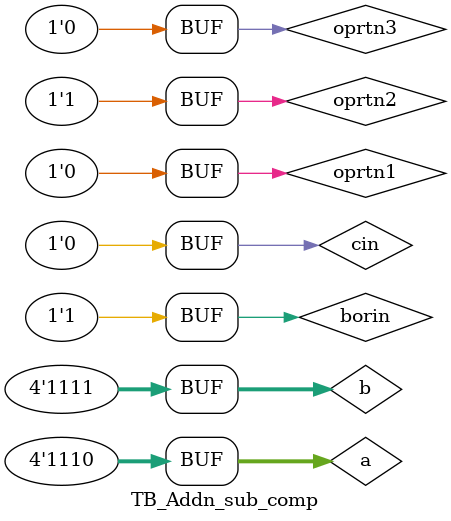
<source format=v>
module TB_Addn_sub_comp#(parameter N=4) ();

reg [N-1:0]a,b;// declared as inputs // declared as output
wire [N-1:0]diff;
wire [N-1:0]sum;
reg borin;
reg cin;
wire cout;
wire borout;
reg oprtn1;
reg oprtn2;
reg oprtn3;
wire aisbig;
wire bisbig;
wire equal;
//callling module full adder
add_sub_comp t(.a(a),.b(b),.oprtn1(oprtn1),.oprtn2(oprtn2),.oprtn3(oprtn3),.cout(cout),.borout(borout),.cin(cin),.borin(borin),.aisbig(aisbig),.bisbig(bisbig),.equal(equal),.diff(diff),.sum(sum));
initial
begin 
a[0]=1'b1; b[0]= 1'b1;   a[1]=1'b1; b[1]= 1'b0; a[2]=1'b0; b[2]= 1'b1;   a[3]=1'b1; b[3]= 1'b1;borin=1'b1;cin=1'b1;oprtn1=1'b0;oprtn2=1'b1;oprtn3=1'b0;//subtraction ki
#100  a[0]=1'b0; b[0]= 1'b0;   a[1]=1'b0; b[1]= 1'b0;   a[2]=1'b1; b[2]= 1'b1;   a[3]=1'b0; b[3]= 1'b1;borin=1'b0;cin=1'b0;oprtn1=1'b1;oprtn2=1'b0;oprtn3=1'b0;//addition ki  
#100  a[0]=1'b1; b[0]= 1'b1;   a[1]=1'b1; b[1]= 1'b0;   a[2]=1'b0; b[2]= 1'b1;   a[3]=1'b1; b[3]= 1'b1;borin=1'b0;cin=1'b1;oprtn1=1'b0;oprtn2=1'b0;oprtn3=1'b1;//comparison ki 
#100  a[0]=1'b0; b[0]= 1'b1;   a[1]=1'b1; b[1]= 1'b1;   a[2]=1'b1; b[2]= 1'b1;   a[3]=1'b1; b[3]= 1'b1;borin=1'b1;cin=1'b0;oprtn1=1'b0;oprtn2=1'b1;oprtn3=1'b0;//subtraction ki 

end
endmodule
</source>
